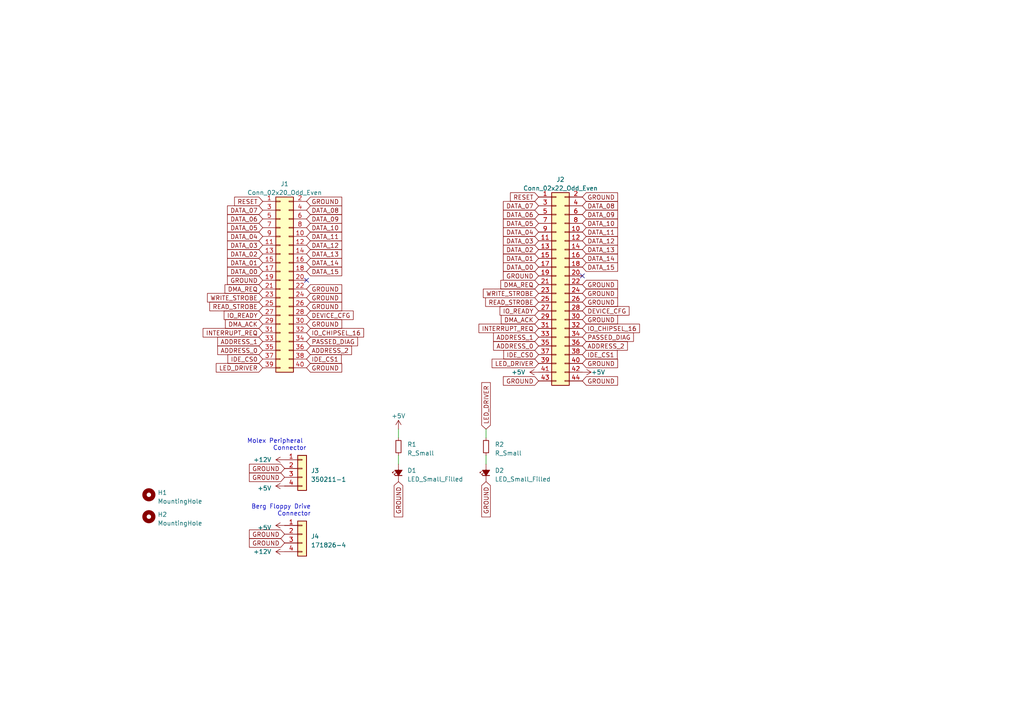
<source format=kicad_sch>
(kicad_sch (version 20230121) (generator eeschema)
  (paper "A4")
  (lib_symbols
    (symbol "Connector_Generic:Conn_01x04" (pin_names (offset 1.016) hide)
      (property "Reference" "J" (at 0 5.08 0))
      (property "Value" "Conn_01x04" (at 0 -7.62 0))
      (symbol "Conn_01x04_1_1"
        (rectangle (start -1.27 -4.953) (end 0 -5.207) (stroke (width 0.1524)))
        (rectangle (start -1.27 -2.413) (end 0 -2.667) (stroke (width 0.1524)))
        (rectangle (start -1.27 0.127) (end 0 -0.127) (stroke (width 0.1524)))
        (rectangle (start -1.27 2.667) (end 0 2.413) (stroke (width 0.1524)))
        (rectangle (start -1.27 3.81) (end 1.27 -6.35) (stroke (width 0.254)) (fill (type background)))
        (pin passive line (at -5.08 2.54 0) (length 3.81) (name "Pin_1") (number "1"))
        (pin passive line (at -5.08 0 0) (length 3.81) (name "Pin_2") (number "2"))
        (pin passive line (at -5.08 -2.54 0) (length 3.81) (name "Pin_3") (number "3"))
        (pin passive line (at -5.08 -5.08 0) (length 3.81) (name "Pin_4") (number "4"))
      )
    )
    (symbol "Connector_Generic:Conn_02x20_Odd_Even" (pin_names (offset 1.016) hide)
      (property "Reference" "J" (at 1.27 25.4 0))
      (property "Value" "Conn_02x20_Odd_Even" (at 1.27 -27.94 0))
      (symbol "Conn_02x20_Odd_Even_1_1"
        (rectangle (start -1.27 -25.273) (end 0 -25.527) (stroke (width 0.1524)))
        (rectangle (start -1.27 -22.733) (end 0 -22.987) (stroke (width 0.1524)))
        (rectangle (start -1.27 -20.193) (end 0 -20.447) (stroke (width 0.1524)))
        (rectangle (start -1.27 -17.653) (end 0 -17.907) (stroke (width 0.1524)))
        (rectangle (start -1.27 -15.113) (end 0 -15.367) (stroke (width 0.1524)))
        (rectangle (start -1.27 -12.573) (end 0 -12.827) (stroke (width 0.1524)))
        (rectangle (start -1.27 -10.033) (end 0 -10.287) (stroke (width 0.1524)))
        (rectangle (start -1.27 -7.493) (end 0 -7.747) (stroke (width 0.1524)))
        (rectangle (start -1.27 -4.953) (end 0 -5.207) (stroke (width 0.1524)))
        (rectangle (start -1.27 -2.413) (end 0 -2.667) (stroke (width 0.1524)))
        (rectangle (start -1.27 0.127) (end 0 -0.127) (stroke (width 0.1524)))
        (rectangle (start -1.27 2.667) (end 0 2.413) (stroke (width 0.1524)))
        (rectangle (start -1.27 5.207) (end 0 4.953) (stroke (width 0.1524)))
        (rectangle (start -1.27 7.747) (end 0 7.493) (stroke (width 0.1524)))
        (rectangle (start -1.27 10.287) (end 0 10.033) (stroke (width 0.1524)))
        (rectangle (start -1.27 12.827) (end 0 12.573) (stroke (width 0.1524)))
        (rectangle (start -1.27 15.367) (end 0 15.113) (stroke (width 0.1524)))
        (rectangle (start -1.27 17.907) (end 0 17.653) (stroke (width 0.1524)))
        (rectangle (start -1.27 20.447) (end 0 20.193) (stroke (width 0.1524)))
        (rectangle (start -1.27 22.987) (end 0 22.733) (stroke (width 0.1524)))
        (rectangle (start -1.27 24.13) (end 3.81 -26.67) (stroke (width 0.254)) (fill (type background)))
        (rectangle (start 3.81 -25.273) (end 2.54 -25.527) (stroke (width 0.1524)))
        (rectangle (start 3.81 -22.733) (end 2.54 -22.987) (stroke (width 0.1524)))
        (rectangle (start 3.81 -20.193) (end 2.54 -20.447) (stroke (width 0.1524)))
        (rectangle (start 3.81 -17.653) (end 2.54 -17.907) (stroke (width 0.1524)))
        (rectangle (start 3.81 -15.113) (end 2.54 -15.367) (stroke (width 0.1524)))
        (rectangle (start 3.81 -12.573) (end 2.54 -12.827) (stroke (width 0.1524)))
        (rectangle (start 3.81 -10.033) (end 2.54 -10.287) (stroke (width 0.1524)))
        (rectangle (start 3.81 -7.493) (end 2.54 -7.747) (stroke (width 0.1524)))
        (rectangle (start 3.81 -4.953) (end 2.54 -5.207) (stroke (width 0.1524)))
        (rectangle (start 3.81 -2.413) (end 2.54 -2.667) (stroke (width 0.1524)))
        (rectangle (start 3.81 0.127) (end 2.54 -0.127) (stroke (width 0.1524)))
        (rectangle (start 3.81 2.667) (end 2.54 2.413) (stroke (width 0.1524)))
        (rectangle (start 3.81 5.207) (end 2.54 4.953) (stroke (width 0.1524)))
        (rectangle (start 3.81 7.747) (end 2.54 7.493) (stroke (width 0.1524)))
        (rectangle (start 3.81 10.287) (end 2.54 10.033) (stroke (width 0.1524)))
        (rectangle (start 3.81 12.827) (end 2.54 12.573) (stroke (width 0.1524)))
        (rectangle (start 3.81 15.367) (end 2.54 15.113) (stroke (width 0.1524)))
        (rectangle (start 3.81 17.907) (end 2.54 17.653) (stroke (width 0.1524)))
        (rectangle (start 3.81 20.447) (end 2.54 20.193) (stroke (width 0.1524)))
        (rectangle (start 3.81 22.987) (end 2.54 22.733) (stroke (width 0.1524)))
        (pin passive line (at -5.08 22.86 0) (length 3.81) (name "Pin_1") (number "1"))
        (pin passive line (at 7.62 12.7 180) (length 3.81) (name "Pin_10") (number "10"))
        (pin passive line (at -5.08 10.16 0) (length 3.81) (name "Pin_11") (number "11"))
        (pin passive line (at 7.62 10.16 180) (length 3.81) (name "Pin_12") (number "12"))
        (pin passive line (at -5.08 7.62 0) (length 3.81) (name "Pin_13") (number "13"))
        (pin passive line (at 7.62 7.62 180) (length 3.81) (name "Pin_14") (number "14"))
        (pin passive line (at -5.08 5.08 0) (length 3.81) (name "Pin_15") (number "15"))
        (pin passive line (at 7.62 5.08 180) (length 3.81) (name "Pin_16") (number "16"))
        (pin passive line (at -5.08 2.54 0) (length 3.81) (name "Pin_17") (number "17"))
        (pin passive line (at 7.62 2.54 180) (length 3.81) (name "Pin_18") (number "18"))
        (pin passive line (at -5.08 0 0) (length 3.81) (name "Pin_19") (number "19"))
        (pin passive line (at 7.62 22.86 180) (length 3.81) (name "Pin_2") (number "2"))
        (pin passive line (at 7.62 0 180) (length 3.81) (name "Pin_20") (number "20"))
        (pin passive line (at -5.08 -2.54 0) (length 3.81) (name "Pin_21") (number "21"))
        (pin passive line (at 7.62 -2.54 180) (length 3.81) (name "Pin_22") (number "22"))
        (pin passive line (at -5.08 -5.08 0) (length 3.81) (name "Pin_23") (number "23"))
        (pin passive line (at 7.62 -5.08 180) (length 3.81) (name "Pin_24") (number "24"))
        (pin passive line (at -5.08 -7.62 0) (length 3.81) (name "Pin_25") (number "25"))
        (pin passive line (at 7.62 -7.62 180) (length 3.81) (name "Pin_26") (number "26"))
        (pin passive line (at -5.08 -10.16 0) (length 3.81) (name "Pin_27") (number "27"))
        (pin passive line (at 7.62 -10.16 180) (length 3.81) (name "Pin_28") (number "28"))
        (pin passive line (at -5.08 -12.7 0) (length 3.81) (name "Pin_29") (number "29"))
        (pin passive line (at -5.08 20.32 0) (length 3.81) (name "Pin_3") (number "3"))
        (pin passive line (at 7.62 -12.7 180) (length 3.81) (name "Pin_30") (number "30"))
        (pin passive line (at -5.08 -15.24 0) (length 3.81) (name "Pin_31") (number "31"))
        (pin passive line (at 7.62 -15.24 180) (length 3.81) (name "Pin_32") (number "32"))
        (pin passive line (at -5.08 -17.78 0) (length 3.81) (name "Pin_33") (number "33"))
        (pin passive line (at 7.62 -17.78 180) (length 3.81) (name "Pin_34") (number "34"))
        (pin passive line (at -5.08 -20.32 0) (length 3.81) (name "Pin_35") (number "35"))
        (pin passive line (at 7.62 -20.32 180) (length 3.81) (name "Pin_36") (number "36"))
        (pin passive line (at -5.08 -22.86 0) (length 3.81) (name "Pin_37") (number "37"))
        (pin passive line (at 7.62 -22.86 180) (length 3.81) (name "Pin_38") (number "38"))
        (pin passive line (at -5.08 -25.4 0) (length 3.81) (name "Pin_39") (number "39"))
        (pin passive line (at 7.62 20.32 180) (length 3.81) (name "Pin_4") (number "4"))
        (pin passive line (at 7.62 -25.4 180) (length 3.81) (name "Pin_40") (number "40"))
        (pin passive line (at -5.08 17.78 0) (length 3.81) (name "Pin_5") (number "5"))
        (pin passive line (at 7.62 17.78 180) (length 3.81) (name "Pin_6") (number "6"))
        (pin passive line (at -5.08 15.24 0) (length 3.81) (name "Pin_7") (number "7"))
        (pin passive line (at 7.62 15.24 180) (length 3.81) (name "Pin_8") (number "8"))
        (pin passive line (at -5.08 12.7 0) (length 3.81) (name "Pin_9") (number "9"))
      )
    )
    (symbol "Connector_Generic:Conn_02x22_Odd_Even" (pin_names (offset 1.016) hide)
      (property "Reference" "J" (at 1.27 27.94 0))
      (property "Value" "Conn_02x22_Odd_Even" (at 1.27 -30.48 0))
      (symbol "Conn_02x22_Odd_Even_1_1"
        (rectangle (start -1.27 -27.813) (end 0 -28.067) (stroke (width 0.1524)))
        (rectangle (start -1.27 -25.273) (end 0 -25.527) (stroke (width 0.1524)))
        (rectangle (start -1.27 -22.733) (end 0 -22.987) (stroke (width 0.1524)))
        (rectangle (start -1.27 -20.193) (end 0 -20.447) (stroke (width 0.1524)))
        (rectangle (start -1.27 -17.653) (end 0 -17.907) (stroke (width 0.1524)))
        (rectangle (start -1.27 -15.113) (end 0 -15.367) (stroke (width 0.1524)))
        (rectangle (start -1.27 -12.573) (end 0 -12.827) (stroke (width 0.1524)))
        (rectangle (start -1.27 -10.033) (end 0 -10.287) (stroke (width 0.1524)))
        (rectangle (start -1.27 -7.493) (end 0 -7.747) (stroke (width 0.1524)))
        (rectangle (start -1.27 -4.953) (end 0 -5.207) (stroke (width 0.1524)))
        (rectangle (start -1.27 -2.413) (end 0 -2.667) (stroke (width 0.1524)))
        (rectangle (start -1.27 0.127) (end 0 -0.127) (stroke (width 0.1524)))
        (rectangle (start -1.27 2.667) (end 0 2.413) (stroke (width 0.1524)))
        (rectangle (start -1.27 5.207) (end 0 4.953) (stroke (width 0.1524)))
        (rectangle (start -1.27 7.747) (end 0 7.493) (stroke (width 0.1524)))
        (rectangle (start -1.27 10.287) (end 0 10.033) (stroke (width 0.1524)))
        (rectangle (start -1.27 12.827) (end 0 12.573) (stroke (width 0.1524)))
        (rectangle (start -1.27 15.367) (end 0 15.113) (stroke (width 0.1524)))
        (rectangle (start -1.27 17.907) (end 0 17.653) (stroke (width 0.1524)))
        (rectangle (start -1.27 20.447) (end 0 20.193) (stroke (width 0.1524)))
        (rectangle (start -1.27 22.987) (end 0 22.733) (stroke (width 0.1524)))
        (rectangle (start -1.27 25.527) (end 0 25.273) (stroke (width 0.1524)))
        (rectangle (start -1.27 26.67) (end 3.81 -29.21) (stroke (width 0.254)) (fill (type background)))
        (rectangle (start 3.81 -27.813) (end 2.54 -28.067) (stroke (width 0.1524)))
        (rectangle (start 3.81 -25.273) (end 2.54 -25.527) (stroke (width 0.1524)))
        (rectangle (start 3.81 -22.733) (end 2.54 -22.987) (stroke (width 0.1524)))
        (rectangle (start 3.81 -20.193) (end 2.54 -20.447) (stroke (width 0.1524)))
        (rectangle (start 3.81 -17.653) (end 2.54 -17.907) (stroke (width 0.1524)))
        (rectangle (start 3.81 -15.113) (end 2.54 -15.367) (stroke (width 0.1524)))
        (rectangle (start 3.81 -12.573) (end 2.54 -12.827) (stroke (width 0.1524)))
        (rectangle (start 3.81 -10.033) (end 2.54 -10.287) (stroke (width 0.1524)))
        (rectangle (start 3.81 -7.493) (end 2.54 -7.747) (stroke (width 0.1524)))
        (rectangle (start 3.81 -4.953) (end 2.54 -5.207) (stroke (width 0.1524)))
        (rectangle (start 3.81 -2.413) (end 2.54 -2.667) (stroke (width 0.1524)))
        (rectangle (start 3.81 0.127) (end 2.54 -0.127) (stroke (width 0.1524)))
        (rectangle (start 3.81 2.667) (end 2.54 2.413) (stroke (width 0.1524)))
        (rectangle (start 3.81 5.207) (end 2.54 4.953) (stroke (width 0.1524)))
        (rectangle (start 3.81 7.747) (end 2.54 7.493) (stroke (width 0.1524)))
        (rectangle (start 3.81 10.287) (end 2.54 10.033) (stroke (width 0.1524)))
        (rectangle (start 3.81 12.827) (end 2.54 12.573) (stroke (width 0.1524)))
        (rectangle (start 3.81 15.367) (end 2.54 15.113) (stroke (width 0.1524)))
        (rectangle (start 3.81 17.907) (end 2.54 17.653) (stroke (width 0.1524)))
        (rectangle (start 3.81 20.447) (end 2.54 20.193) (stroke (width 0.1524)))
        (rectangle (start 3.81 22.987) (end 2.54 22.733) (stroke (width 0.1524)))
        (rectangle (start 3.81 25.527) (end 2.54 25.273) (stroke (width 0.1524)))
        (pin passive line (at -5.08 25.4 0) (length 3.81) (name "Pin_1") (number "1"))
        (pin passive line (at 7.62 15.24 180) (length 3.81) (name "Pin_10") (number "10"))
        (pin passive line (at -5.08 12.7 0) (length 3.81) (name "Pin_11") (number "11"))
        (pin passive line (at 7.62 12.7 180) (length 3.81) (name "Pin_12") (number "12"))
        (pin passive line (at -5.08 10.16 0) (length 3.81) (name "Pin_13") (number "13"))
        (pin passive line (at 7.62 10.16 180) (length 3.81) (name "Pin_14") (number "14"))
        (pin passive line (at -5.08 7.62 0) (length 3.81) (name "Pin_15") (number "15"))
        (pin passive line (at 7.62 7.62 180) (length 3.81) (name "Pin_16") (number "16"))
        (pin passive line (at -5.08 5.08 0) (length 3.81) (name "Pin_17") (number "17"))
        (pin passive line (at 7.62 5.08 180) (length 3.81) (name "Pin_18") (number "18"))
        (pin passive line (at -5.08 2.54 0) (length 3.81) (name "Pin_19") (number "19"))
        (pin passive line (at 7.62 25.4 180) (length 3.81) (name "Pin_2") (number "2"))
        (pin passive line (at 7.62 2.54 180) (length 3.81) (name "Pin_20") (number "20"))
        (pin passive line (at -5.08 0 0) (length 3.81) (name "Pin_21") (number "21"))
        (pin passive line (at 7.62 0 180) (length 3.81) (name "Pin_22") (number "22"))
        (pin passive line (at -5.08 -2.54 0) (length 3.81) (name "Pin_23") (number "23"))
        (pin passive line (at 7.62 -2.54 180) (length 3.81) (name "Pin_24") (number "24"))
        (pin passive line (at -5.08 -5.08 0) (length 3.81) (name "Pin_25") (number "25"))
        (pin passive line (at 7.62 -5.08 180) (length 3.81) (name "Pin_26") (number "26"))
        (pin passive line (at -5.08 -7.62 0) (length 3.81) (name "Pin_27") (number "27"))
        (pin passive line (at 7.62 -7.62 180) (length 3.81) (name "Pin_28") (number "28"))
        (pin passive line (at -5.08 -10.16 0) (length 3.81) (name "Pin_29") (number "29"))
        (pin passive line (at -5.08 22.86 0) (length 3.81) (name "Pin_3") (number "3"))
        (pin passive line (at 7.62 -10.16 180) (length 3.81) (name "Pin_30") (number "30"))
        (pin passive line (at -5.08 -12.7 0) (length 3.81) (name "Pin_31") (number "31"))
        (pin passive line (at 7.62 -12.7 180) (length 3.81) (name "Pin_32") (number "32"))
        (pin passive line (at -5.08 -15.24 0) (length 3.81) (name "Pin_33") (number "33"))
        (pin passive line (at 7.62 -15.24 180) (length 3.81) (name "Pin_34") (number "34"))
        (pin passive line (at -5.08 -17.78 0) (length 3.81) (name "Pin_35") (number "35"))
        (pin passive line (at 7.62 -17.78 180) (length 3.81) (name "Pin_36") (number "36"))
        (pin passive line (at -5.08 -20.32 0) (length 3.81) (name "Pin_37") (number "37"))
        (pin passive line (at 7.62 -20.32 180) (length 3.81) (name "Pin_38") (number "38"))
        (pin passive line (at -5.08 -22.86 0) (length 3.81) (name "Pin_39") (number "39"))
        (pin passive line (at 7.62 22.86 180) (length 3.81) (name "Pin_4") (number "4"))
        (pin passive line (at 7.62 -22.86 180) (length 3.81) (name "Pin_40") (number "40"))
        (pin passive line (at -5.08 -25.4 0) (length 3.81) (name "Pin_41") (number "41"))
        (pin passive line (at 7.62 -25.4 180) (length 3.81) (name "Pin_42") (number "42"))
        (pin passive line (at -5.08 -27.94 0) (length 3.81) (name "Pin_43") (number "43"))
        (pin passive line (at 7.62 -27.94 180) (length 3.81) (name "Pin_44") (number "44"))
        (pin passive line (at -5.08 20.32 0) (length 3.81) (name "Pin_5") (number "5"))
        (pin passive line (at 7.62 20.32 180) (length 3.81) (name "Pin_6") (number "6"))
        (pin passive line (at -5.08 17.78 0) (length 3.81) (name "Pin_7") (number "7"))
        (pin passive line (at 7.62 17.78 180) (length 3.81) (name "Pin_8") (number "8"))
        (pin passive line (at -5.08 15.24 0) (length 3.81) (name "Pin_9") (number "9"))
      )
    )
    (symbol "Device:LED_Small_Filled" (pin_numbers hide) (pin_names (offset 0.254) hide)
      (property "Reference" "D" (at -1.27 3.175 0))
      (property "Value" "LED_Small_Filled" (at -4.445 -2.54 0))
      (symbol "LED_Small_Filled_0_1"
        (polyline (pts (xy -0.762 -1.016) (xy -0.762 1.016)) (stroke (width 0.254)))
        (polyline (pts (xy 1.016 0) (xy -0.762 0)))
        (polyline (pts (xy 0.762 -1.016) (xy -0.762 0) (xy 0.762 1.016) (xy 0.762 -1.016)) (stroke (width 0.254)) (fill (type outline)))
        (polyline (pts (xy 0 0.762) (xy -0.508 1.27) (xy -0.254 1.27) (xy -0.508 1.27) (xy -0.508 1.016)))
        (polyline (pts (xy 0.508 1.27) (xy 0 1.778) (xy 0.254 1.778) (xy 0 1.778) (xy 0 1.524)))
      )
      (symbol "LED_Small_Filled_1_1"
        (pin passive line (at -2.54 0 0) (length 1.778) (name "K") (number "1"))
        (pin passive line (at 2.54 0 180) (length 1.778) (name "A") (number "2"))
      )
    )
    (symbol "Device:R_Small" (pin_numbers hide) (pin_names (offset 0.254) hide)
      (property "Reference" "R" (at 0.762 0.508 0))
      (property "Value" "R_Small" (at 0.762 -1.016 0))
      (symbol "R_Small_0_1"
        (rectangle (start -0.762 1.778) (end 0.762 -1.778) (stroke (width 0.2032)))
      )
      (symbol "R_Small_1_1"
        (pin passive line (at 0 2.54 270) (length 0.762) (name "~") (number "1"))
        (pin passive line (at 0 -2.54 90) (length 0.762) (name "~") (number "2"))
      )
    )
    (symbol "Mechanical:MountingHole" (pin_names (offset 1.016))
      (property "Reference" "H" (at 0 5.08 0))
      (property "Value" "MountingHole" (at 0 3.175 0))
      (symbol "MountingHole_0_1"
        (circle (center 0 0) (radius 1.27) (stroke (width 1.27)))
      )
    )
    (symbol "power:+12V" (power) (pin_names (offset 0))
      (property "Value" "+12V" (at 0 3.556 0))
      (symbol "+12V_0_1"
        (polyline (pts (xy -0.762 1.27) (xy 0 2.54)))
        (polyline (pts (xy 0 0) (xy 0 2.54)))
        (polyline (pts (xy 0 2.54) (xy 0.762 1.27)))
      )
      (symbol "+12V_1_1"
        (pin power_in line (at 0 0 90) (length 0) hide (name "+12V") (number "1"))
      )
    )
    (symbol "power:+5V" (power) (pin_names (offset 0))
      (property "Value" "+5V" (at 0 3.556 0))
      (symbol "+5V_0_1"
        (polyline (pts (xy -0.762 1.27) (xy 0 2.54)))
        (polyline (pts (xy 0 0) (xy 0 2.54)))
        (polyline (pts (xy 0 2.54) (xy 0.762 1.27)))
      )
      (symbol "+5V_1_1"
        (pin power_in line (at 0 0 90) (length 0) hide (name "+5V") (number "1"))
      )
    )
  )
  (no_connect (at 168.91 80.01))
  (no_connect (at 88.9 81.28))
  (wire (pts (xy 115.57 132.08) (xy 115.57 134.62)))
  (wire (pts (xy 140.97 132.08) (xy 140.97 134.62)))
  (wire (pts (xy 115.57 124.46) (xy 115.57 127)))
  (wire (pts (xy 140.97 124.46) (xy 140.97 127)))
  (text "Molex Peripheral \nConnector" (at 88.9 130.81 0) (effects (font (size 1.27 1.27)) (justify right bottom)))
  (text "Berg Floppy Drive\nConnector\n" (at 90.17 149.86 0) (effects (font (size 1.27 1.27)) (justify right bottom)))
  (global_label "DMA_ACK" (shape input) (at 156.21 92.71 180) (property "Intersheetrefs" "${INTERSHEET_REFS}" (effects hide)))
  (global_label "IDE_CS0" (shape input) (at 76.2 104.14 180) (property "Intersheetrefs" "${INTERSHEET_REFS}" (effects hide)))
  (global_label "GROUND" (shape input) (at 82.55 154.94 180) (property "Intersheetrefs" "${INTERSHEET_REFS}" (effects hide)))
  (global_label "LED_DRIVER" (shape input) (at 156.21 105.41 180) (property "Intersheetrefs" "${INTERSHEET_REFS}" (effects hide)))
  (global_label "GROUND" (shape input) (at 168.91 57.15 0) (property "Intersheetrefs" "${INTERSHEET_REFS}" (effects hide)))
  (global_label "ADDRESS_0" (shape input) (at 156.21 100.33 180) (property "Intersheetrefs" "${INTERSHEET_REFS}" (effects hide)))
  (global_label "DATA_07" (shape input) (at 76.2 60.96 180) (property "Intersheetrefs" "${INTERSHEET_REFS}" (effects hide)))
  (global_label "GROUND" (shape input) (at 88.9 86.36 0) (property "Intersheetrefs" "${INTERSHEET_REFS}" (effects hide)))
  (global_label "LED_DRIVER" (shape input) (at 76.2 106.68 180) (property "Intersheetrefs" "${INTERSHEET_REFS}" (effects hide)))
  (global_label "GROUND" (shape input) (at 115.57 139.7 270) (property "Intersheetrefs" "${INTERSHEET_REFS}" (effects hide)))
  (global_label "LED_DRIVER" (shape input) (at 140.97 124.46 90) (property "Intersheetrefs" "${INTERSHEET_REFS}" (effects hide)))
  (global_label "GROUND" (shape input) (at 82.55 138.43 180) (property "Intersheetrefs" "${INTERSHEET_REFS}" (effects hide)))
  (global_label "GROUND" (shape input) (at 168.91 82.55 0) (property "Intersheetrefs" "${INTERSHEET_REFS}" (effects hide)))
  (global_label "DATA_02" (shape input) (at 156.21 72.39 180) (property "Intersheetrefs" "${INTERSHEET_REFS}" (effects hide)))
  (global_label "GROUND" (shape input) (at 88.9 83.82 0) (property "Intersheetrefs" "${INTERSHEET_REFS}" (effects hide)))
  (global_label "INTERRUPT_REQ" (shape input) (at 156.21 95.25 180) (property "Intersheetrefs" "${INTERSHEET_REFS}" (effects hide)))
  (global_label "DATA_14" (shape input) (at 168.91 74.93 0) (property "Intersheetrefs" "${INTERSHEET_REFS}" (effects hide)))
  (global_label "ADDRESS_1" (shape input) (at 156.21 97.79 180) (property "Intersheetrefs" "${INTERSHEET_REFS}" (effects hide)))
  (global_label "IO_CHIPSEL_16" (shape input) (at 168.91 95.25 0) (property "Intersheetrefs" "${INTERSHEET_REFS}" (effects hide)))
  (global_label "IDE_CS0" (shape input) (at 156.21 102.87 180) (property "Intersheetrefs" "${INTERSHEET_REFS}" (effects hide)))
  (global_label "DATA_01" (shape input) (at 156.21 74.93 180) (property "Intersheetrefs" "${INTERSHEET_REFS}" (effects hide)))
  (global_label "GROUND" (shape input) (at 82.55 135.89 180) (property "Intersheetrefs" "${INTERSHEET_REFS}" (effects hide)))
  (global_label "GROUND" (shape input) (at 88.9 58.42 0) (property "Intersheetrefs" "${INTERSHEET_REFS}" (effects hide)))
  (global_label "DATA_06" (shape input) (at 76.2 63.5 180) (property "Intersheetrefs" "${INTERSHEET_REFS}" (effects hide)))
  (global_label "GROUND" (shape input) (at 156.21 110.49 180) (property "Intersheetrefs" "${INTERSHEET_REFS}" (effects hide)))
  (global_label "GROUND" (shape input) (at 168.91 85.09 0) (property "Intersheetrefs" "${INTERSHEET_REFS}" (effects hide)))
  (global_label "DATA_15" (shape input) (at 168.91 77.47 0) (property "Intersheetrefs" "${INTERSHEET_REFS}" (effects hide)))
  (global_label "DEVICE_CFG" (shape input) (at 88.9 91.44 0) (property "Intersheetrefs" "${INTERSHEET_REFS}" (effects hide)))
  (global_label "GROUND" (shape input) (at 168.91 87.63 0) (property "Intersheetrefs" "${INTERSHEET_REFS}" (effects hide)))
  (global_label "DATA_08" (shape input) (at 88.9 60.96 0) (property "Intersheetrefs" "${INTERSHEET_REFS}" (effects hide)))
  (global_label "DATA_04" (shape input) (at 156.21 67.31 180) (property "Intersheetrefs" "${INTERSHEET_REFS}" (effects hide)))
  (global_label "RESET" (shape input) (at 76.2 58.42 180) (property "Intersheetrefs" "${INTERSHEET_REFS}" (effects hide)))
  (global_label "DATA_10" (shape input) (at 88.9 66.04 0) (property "Intersheetrefs" "${INTERSHEET_REFS}" (effects hide)))
  (global_label "GROUND" (shape input) (at 76.2 81.28 180) (property "Intersheetrefs" "${INTERSHEET_REFS}" (effects hide)))
  (global_label "PASSED_DIAG" (shape input) (at 168.91 97.79 0) (property "Intersheetrefs" "${INTERSHEET_REFS}" (effects hide)))
  (global_label "DATA_09" (shape input) (at 88.9 63.5 0) (property "Intersheetrefs" "${INTERSHEET_REFS}" (effects hide)))
  (global_label "DATA_11" (shape input) (at 88.9 68.58 0) (property "Intersheetrefs" "${INTERSHEET_REFS}" (effects hide)))
  (global_label "WRITE_STROBE" (shape input) (at 76.2 86.36 180) (property "Intersheetrefs" "${INTERSHEET_REFS}" (effects hide)))
  (global_label "DEVICE_CFG" (shape input) (at 168.91 90.17 0) (property "Intersheetrefs" "${INTERSHEET_REFS}" (effects hide)))
  (global_label "DATA_04" (shape input) (at 76.2 68.58 180) (property "Intersheetrefs" "${INTERSHEET_REFS}" (effects hide)))
  (global_label "IDE_CS1" (shape input) (at 88.9 104.14 0) (property "Intersheetrefs" "${INTERSHEET_REFS}" (effects hide)))
  (global_label "GROUND" (shape input) (at 168.91 110.49 0) (property "Intersheetrefs" "${INTERSHEET_REFS}" (effects hide)))
  (global_label "GROUND" (shape input) (at 88.9 88.9 0) (property "Intersheetrefs" "${INTERSHEET_REFS}" (effects hide)))
  (global_label "GROUND" (shape input) (at 82.55 157.48 180) (property "Intersheetrefs" "${INTERSHEET_REFS}" (effects hide)))
  (global_label "DATA_03" (shape input) (at 156.21 69.85 180) (property "Intersheetrefs" "${INTERSHEET_REFS}" (effects hide)))
  (global_label "GROUND" (shape input) (at 168.91 105.41 0) (property "Intersheetrefs" "${INTERSHEET_REFS}" (effects hide)))
  (global_label "DATA_12" (shape input) (at 88.9 71.12 0) (property "Intersheetrefs" "${INTERSHEET_REFS}" (effects hide)))
  (global_label "ADDRESS_0" (shape input) (at 76.2 101.6 180) (property "Intersheetrefs" "${INTERSHEET_REFS}" (effects hide)))
  (global_label "DATA_12" (shape input) (at 168.91 69.85 0) (property "Intersheetrefs" "${INTERSHEET_REFS}" (effects hide)))
  (global_label "PASSED_DIAG" (shape input) (at 88.9 99.06 0) (property "Intersheetrefs" "${INTERSHEET_REFS}" (effects hide)))
  (global_label "GROUND" (shape input) (at 88.9 106.68 0) (property "Intersheetrefs" "${INTERSHEET_REFS}" (effects hide)))
  (global_label "DATA_00" (shape input) (at 156.21 77.47 180) (property "Intersheetrefs" "${INTERSHEET_REFS}" (effects hide)))
  (global_label "WRITE_STROBE" (shape input) (at 156.21 85.09 180) (property "Intersheetrefs" "${INTERSHEET_REFS}" (effects hide)))
  (global_label "DATA_02" (shape input) (at 76.2 73.66 180) (property "Intersheetrefs" "${INTERSHEET_REFS}" (effects hide)))
  (global_label "ADDRESS_2" (shape input) (at 168.91 100.33 0) (property "Intersheetrefs" "${INTERSHEET_REFS}" (effects hide)))
  (global_label "GROUND" (shape input) (at 88.9 93.98 0) (property "Intersheetrefs" "${INTERSHEET_REFS}" (effects hide)))
  (global_label "READ_STROBE" (shape input) (at 156.21 87.63 180) (property "Intersheetrefs" "${INTERSHEET_REFS}" (effects hide)))
  (global_label "DATA_09" (shape input) (at 168.91 62.23 0) (property "Intersheetrefs" "${INTERSHEET_REFS}" (effects hide)))
  (global_label "GROUND" (shape input) (at 140.97 139.7 270) (property "Intersheetrefs" "${INTERSHEET_REFS}" (effects hide)))
  (global_label "IDE_CS1" (shape input) (at 168.91 102.87 0) (property "Intersheetrefs" "${INTERSHEET_REFS}" (effects hide)))
  (global_label "IO_CHIPSEL_16" (shape input) (at 88.9 96.52 0) (property "Intersheetrefs" "${INTERSHEET_REFS}" (effects hide)))
  (global_label "IO_READY" (shape input) (at 76.2 91.44 180) (property "Intersheetrefs" "${INTERSHEET_REFS}" (effects hide)))
  (global_label "DATA_13" (shape input) (at 88.9 73.66 0) (property "Intersheetrefs" "${INTERSHEET_REFS}" (effects hide)))
  (global_label "ADDRESS_1" (shape input) (at 76.2 99.06 180) (property "Intersheetrefs" "${INTERSHEET_REFS}" (effects hide)))
  (global_label "DMA_REQ" (shape input) (at 76.2 83.82 180) (property "Intersheetrefs" "${INTERSHEET_REFS}" (effects hide)))
  (global_label "READ_STROBE" (shape input) (at 76.2 88.9 180) (property "Intersheetrefs" "${INTERSHEET_REFS}" (effects hide)))
  (global_label "DATA_15" (shape input) (at 88.9 78.74 0) (property "Intersheetrefs" "${INTERSHEET_REFS}" (effects hide)))
  (global_label "IO_READY" (shape input) (at 156.21 90.17 180) (property "Intersheetrefs" "${INTERSHEET_REFS}" (effects hide)))
  (global_label "DMA_ACK" (shape input) (at 76.2 93.98 180) (property "Intersheetrefs" "${INTERSHEET_REFS}" (effects hide)))
  (global_label "DATA_10" (shape input) (at 168.91 64.77 0) (property "Intersheetrefs" "${INTERSHEET_REFS}" (effects hide)))
  (global_label "DATA_13" (shape input) (at 168.91 72.39 0) (property "Intersheetrefs" "${INTERSHEET_REFS}" (effects hide)))
  (global_label "DATA_14" (shape input) (at 88.9 76.2 0) (property "Intersheetrefs" "${INTERSHEET_REFS}" (effects hide)))
  (global_label "RESET" (shape input) (at 156.21 57.15 180) (property "Intersheetrefs" "${INTERSHEET_REFS}" (effects hide)))
  (global_label "DATA_00" (shape input) (at 76.2 78.74 180) (property "Intersheetrefs" "${INTERSHEET_REFS}" (effects hide)))
  (global_label "DATA_03" (shape input) (at 76.2 71.12 180) (property "Intersheetrefs" "${INTERSHEET_REFS}" (effects hide)))
  (global_label "DATA_05" (shape input) (at 76.2 66.04 180) (property "Intersheetrefs" "${INTERSHEET_REFS}" (effects hide)))
  (global_label "INTERRUPT_REQ" (shape input) (at 76.2 96.52 180) (property "Intersheetrefs" "${INTERSHEET_REFS}" (effects hide)))
  (global_label "GROUND" (shape input) (at 156.21 80.01 180) (property "Intersheetrefs" "${INTERSHEET_REFS}" (effects hide)))
  (global_label "DATA_01" (shape input) (at 76.2 76.2 180) (property "Intersheetrefs" "${INTERSHEET_REFS}" (effects hide)))
  (global_label "DATA_11" (shape input) (at 168.91 67.31 0) (property "Intersheetrefs" "${INTERSHEET_REFS}" (effects hide)))
  (global_label "DATA_08" (shape input) (at 168.91 59.69 0) (property "Intersheetrefs" "${INTERSHEET_REFS}" (effects hide)))
  (global_label "DMA_REQ" (shape input) (at 156.21 82.55 180) (property "Intersheetrefs" "${INTERSHEET_REFS}" (effects hide)))
  (global_label "DATA_06" (shape input) (at 156.21 62.23 180) (property "Intersheetrefs" "${INTERSHEET_REFS}" (effects hide)))
  (global_label "ADDRESS_2" (shape input) (at 88.9 101.6 0) (property "Intersheetrefs" "${INTERSHEET_REFS}" (effects hide)))
  (global_label "DATA_07" (shape input) (at 156.21 59.69 180) (property "Intersheetrefs" "${INTERSHEET_REFS}" (effects hide)))
  (global_label "GROUND" (shape input) (at 168.91 92.71 0) (property "Intersheetrefs" "${INTERSHEET_REFS}" (effects hide)))
  (global_label "DATA_05" (shape input) (at 156.21 64.77 180) (property "Intersheetrefs" "${INTERSHEET_REFS}" (effects hide)))
  (symbol (lib_id "Mechanical:MountingHole") (at 43.18 149.86 0) (unit 1)
    (property "Reference" "H2" (at 45.72 149.225 0) (effects (justify left)))
    (property "Value" "MountingHole" (at 45.72 151.765 0) (effects (justify left)))
    (property "Footprint" "MountingHole:MountingHole_2.7mm_M2.5" (effects hide))
  )
  (symbol (lib_id "Device:LED_Small_Filled") (at 140.97 137.16 90) (unit 1)
    (property "Reference" "D2" (at 143.51 136.4615 90) (effects (justify right)))
    (property "Value" "LED_Small_Filled" (at 143.51 139.0015 90) (effects (justify right)))
    (property "Footprint" "LED_SMD:LED_0805_2012Metric_Pad1.15x1.40mm_HandSolder" (effects hide))
  )
  (symbol (lib_id "power:+5V") (at 115.57 124.46 0) (unit 1)
    (property "Reference" "#PWR07" (effects hide))
    (property "Value" "+5V" (at 115.57 120.65 0))
  )
  (symbol (lib_id "Connector_Generic:Conn_01x04") (at 87.63 154.94 0) (unit 1)
    (property "Reference" "J4" (at 90.17 155.575 0) (effects (justify left)))
    (property "Value" "171826-4" (at 90.17 158.115 0) (effects (justify left)))
    (property "Footprint" "footprints_and_models:TE_171826-4" (effects hide))
  )
  (symbol (lib_id "power:+5V") (at 168.91 107.95 270) (unit 1)
    (property "Reference" "#PWR01" (effects hide))
    (property "Value" "+5V" (at 171.45 107.95 90) (effects (justify left)))
  )
  (symbol (lib_id "Device:R_Small") (at 115.57 129.54 0) (unit 1)
    (property "Reference" "R1" (at 118.11 128.905 0) (effects (justify left)))
    (property "Value" "R_Small" (at 118.11 131.445 0) (effects (justify left)))
    (property "Footprint" "Resistor_SMD:R_0603_1608Metric_Pad0.98x0.95mm_HandSolder" (effects hide))
  )
  (symbol (lib_id "Connector_Generic:Conn_02x22_Odd_Even") (at 161.29 82.55 0) (unit 1)
    (property "Reference" "J2" (at 162.56 52.07 0))
    (property "Value" "Conn_02x22_Odd_Even" (at 162.56 54.61 0))
    (property "Footprint" "Connector_PinHeader_2.00mm:PinHeader_2x22_P2.00mm_Vertical" (effects hide))
  )
  (symbol (lib_id "power:+5V") (at 82.55 140.97 90) (unit 1)
    (property "Reference" "#PWR03" (effects hide))
    (property "Value" "+5V" (at 78.74 141.605 90) (effects (justify left)))
  )
  (symbol (lib_id "power:+5V") (at 156.21 107.95 90) (unit 1)
    (property "Reference" "#PWR02" (effects hide))
    (property "Value" "+5V" (at 152.4 107.95 90) (effects (justify left)))
  )
  (symbol (lib_id "power:+12V") (at 82.55 160.02 90) (unit 1)
    (property "Reference" "#PWR05" (effects hide))
    (property "Value" "+12V" (at 78.74 160.02 90) (effects (justify left)))
  )
  (symbol (lib_id "power:+5V") (at 82.55 152.4 90) (unit 1)
    (property "Reference" "#PWR06" (effects hide))
    (property "Value" "+5V" (at 78.74 153.035 90) (effects (justify left)))
  )
  (symbol (lib_id "power:+12V") (at 82.55 133.35 90) (unit 1)
    (property "Reference" "#PWR04" (effects hide))
    (property "Value" "+12V" (at 78.74 133.35 90) (effects (justify left)))
  )
  (symbol (lib_id "Mechanical:MountingHole") (at 43.18 143.51 0) (unit 1)
    (property "Reference" "H1" (at 45.72 142.875 0) (effects (justify left)))
    (property "Value" "MountingHole" (at 45.72 145.415 0) (effects (justify left)))
    (property "Footprint" "MountingHole:MountingHole_2.7mm_M2.5" (effects hide))
  )
  (symbol (lib_id "Device:LED_Small_Filled") (at 115.57 137.16 90) (unit 1)
    (property "Reference" "D1" (at 118.11 136.4615 90) (effects (justify right)))
    (property "Value" "LED_Small_Filled" (at 118.11 139.0015 90) (effects (justify right)))
    (property "Footprint" "LED_SMD:LED_0805_2012Metric_Pad1.15x1.40mm_HandSolder" (effects hide))
  )
  (symbol (lib_id "Connector_Generic:Conn_01x04") (at 87.63 135.89 0) (unit 1)
    (property "Reference" "J3" (at 90.17 136.525 0) (effects (justify left)))
    (property "Value" "350211-1" (at 90.17 139.065 0) (effects (justify left)))
    (property "Footprint" "Connector_TE-Connectivity:TE_MATE-N-LOK_350211-1_1x04_P5.08mm_Vertical" (effects hide))
  )
  (symbol (lib_id "Device:R_Small") (at 140.97 129.54 0) (unit 1)
    (property "Reference" "R2" (at 143.51 128.905 0) (effects (justify left)))
    (property "Value" "R_Small" (at 143.51 131.445 0) (effects (justify left)))
    (property "Footprint" "Resistor_SMD:R_0603_1608Metric_Pad0.98x0.95mm_HandSolder" (effects hide))
  )
  (symbol (lib_id "Connector_Generic:Conn_02x20_Odd_Even") (at 81.28 81.28 0) (unit 1)
    (property "Reference" "J1" (at 82.55 53.34 0))
    (property "Value" "Conn_02x20_Odd_Even" (at 82.55 55.88 0))
    (property "Footprint" "Connector_PinHeader_2.54mm:PinHeader_2x20_P2.54mm_Vertical" (effects hide))
  )
)
</source>
